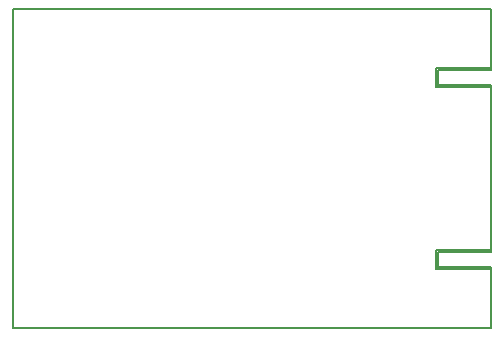
<source format=gko>
G04*
G04 #@! TF.GenerationSoftware,Altium Limited,Altium Designer,20.0.11 (256)*
G04*
G04 Layer_Color=16711935*
%FSLAX25Y25*%
%MOIN*%
G70*
G01*
G75*
%ADD11C,0.00600*%
D11*
X0Y0D02*
X159449Y0D01*
X0Y106299D02*
X159449Y106299D01*
X0Y0D02*
Y106299D01*
X141842Y81000D02*
Y86000D01*
Y81000D02*
X159449D01*
Y25500D02*
Y81000D01*
X141842Y25500D02*
X159449D01*
Y86000D02*
Y106250D01*
X141842Y86000D02*
X159449D01*
Y50D02*
Y20500D01*
X141842D02*
Y25500D01*
Y20500D02*
X159449D01*
X141149Y19685D02*
X159449D01*
X141149D02*
Y25984D01*
X159449Y50D02*
Y19685D01*
X141049Y86614D02*
X159449D01*
Y106250D01*
X141149Y25984D02*
X159449D01*
Y80315D01*
X141049D02*
X159449D01*
X141049D02*
Y86614D01*
X0Y0D02*
Y106299D01*
Y106299D02*
X159449Y106299D01*
X49Y0D02*
X159449Y0D01*
M02*

</source>
